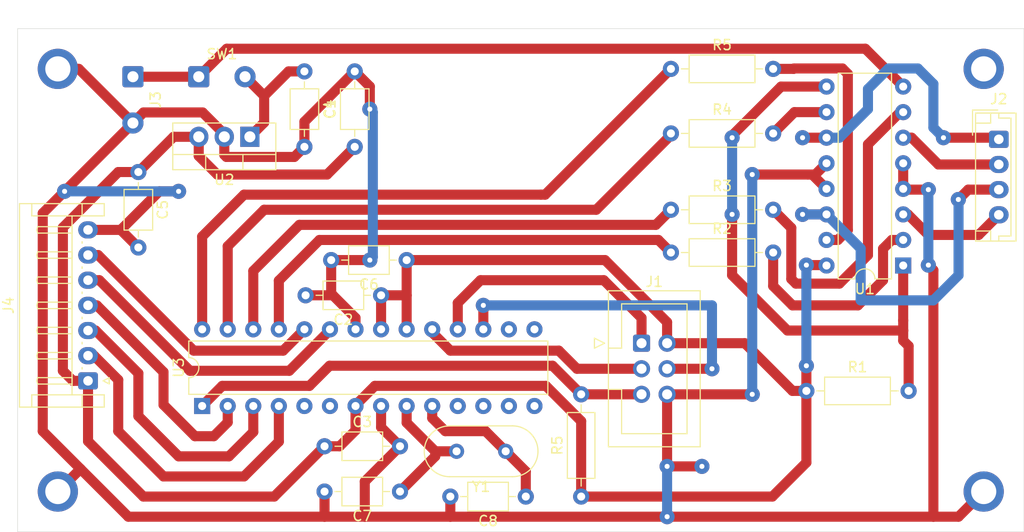
<source format=kicad_pcb>
(kicad_pcb (version 20240108) (generator "pcbnew") (generator_version "8.0")
  (layers (0 "F.Cu" signal) (31 "B.Cu" signal) (34 "B.Paste" user) (35 "F.Paste" user) (36 "B.SilkS" user "B.Silkscreen") (37 "F.SilkS" user "F.Silkscreen") (38 "B.Mask" user) (39 "F.Mask" user) (44 "Edge.Cuts" user))
  (net 0 "")
  (net 1 "+5V")
  (net 2 "GND")
  (net 3 "+12V")
  (net 4 "/XTAL1")
  (net 5 "/XTAL2")
  (net 6 "/RST")
  (net 7 "/MOSI")
  (net 8 "/MISO")
  (net 9 "/SCK")
  (net 10 "Net-(J2-Pin_4)")
  (net 11 "Net-(J2-Pin_2)")
  (net 12 "Net-(J2-Pin_1)")
  (net 13 "Net-(J2-Pin_3)")
  (net 14 "/~{FEED}")
  (net 15 "/~{REVERSE}")
  (net 16 "/TIME")
  (net 17 "/MODE")
  (net 18 "/SPEED")
  (net 19 "Net-(U1-EN1,2)")
  (net 20 "Net-(U1-1A)")
  (net 21 "/A")
  (net 22 "Net-(U1-2A)")
  (net 23 "/B")
  (net 24 "/C")
  (net 25 "Net-(U1-3A)")
  (net 26 "Net-(U1-4A)")
  (net 27 "/D")
  (net 36 "Net-(SW1-B)")
  (footprint "Crystal:Crystal_HC49-U_Vertical" (layer "F.Cu") (at 148.5 115.5 180)
    (property "Reference" "Y1" (at 2.44 -3.525 0) (layer "F.SilkS"))
    (property "Value" "8Mhz")
    (pad "1" thru_hole circle (at 0 0 180) (size 1.5 1.5) (drill 0.8) (layers "*.Cu" "*.Mask") (net 5 "/XTAL2"))
    (pad "2" thru_hole circle (at 4.88 0 180) (size 1.5 1.5) (drill 0.8) (layers "*.Cu" "*.Mask") (net 4 "/XTAL1"))
  )
  (footprint "Capacitor_THT:C_Axial_L3.8mm_D2.6mm_P7.50mm_Horizontal" (layer "F.Cu") (at 150.5 120 180)
    (property "Reference" "C8" (at 3.75 -2.42 0) (layer "F.SilkS"))
    (property "Value" "15")
    (pad "1" thru_hole circle (at 0 0 180) (size 1.6 1.6) (drill 0.8) (layers "*.Cu" "*.Mask") (net 5 "/XTAL2"))
    (pad "2" thru_hole oval (at 7.5 0 180) (size 1.6 1.6) (drill 0.8) (layers "*.Cu" "*.Mask") (net 2 "GND"))
  )
  (footprint "Package_DIP:DIP-28_W7.62mm" (layer "F.Cu") (at 118.34 111 90)
    (property "Reference" "U3" (at 3.81 -2.33 90) (layer "F.SilkS"))
    (property "Value" "ATmega8-16P")
    (pad "1" thru_hole rect (at 0 0 90) (size 1.6 1.6) (drill 0.8) (layers "*.Cu" "*.Mask") (net 6 "/RST"))
    (pad "2" thru_hole oval (at 0 2.54 90) (size 1.6 1.6) (drill 0.8) (layers "*.Cu" "*.Mask") (net 17 "/MODE"))
    (pad "3" thru_hole oval (at 0 5.08 90) (size 1.6 1.6) (drill 0.8) (layers "*.Cu" "*.Mask") (net 15 "/~{REVERSE}"))
    (pad "4" thru_hole oval (at 0 7.62 90) (size 1.6 1.6) (drill 0.8) (layers "*.Cu" "*.Mask") (net 14 "/~{FEED}"))
    (pad "5" thru_hole oval (at 0 10.16 90) (size 1.6 1.6) (drill 0.8) (layers "*.Cu" "*.Mask"))
    (pad "6" thru_hole oval (at 0 12.7 90) (size 1.6 1.6) (drill 0.8) (layers "*.Cu" "*.Mask"))
    (pad "7" thru_hole oval (at 0 15.24 90) (size 1.6 1.6) (drill 0.8) (layers "*.Cu" "*.Mask") (net 1 "+5V"))
    (pad "8" thru_hole oval (at 0 17.78 90) (size 1.6 1.6) (drill 0.8) (layers "*.Cu" "*.Mask") (net 2 "GND"))
    (pad "9" thru_hole oval (at 0 20.32 90) (size 1.6 1.6) (drill 0.8) (layers "*.Cu" "*.Mask") (net 4 "/XTAL1"))
    (pad "10" thru_hole oval (at 0 22.86 90) (size 1.6 1.6) (drill 0.8) (layers "*.Cu" "*.Mask") (net 5 "/XTAL2"))
    (pad "11" thru_hole oval (at 0 25.4 90) (size 1.6 1.6) (drill 0.8) (layers "*.Cu" "*.Mask"))
    (pad "12" thru_hole oval (at 0 27.94 90) (size 1.6 1.6) (drill 0.8) (layers "*.Cu" "*.Mask"))
    (pad "13" thru_hole oval (at 0 30.48 90) (size 1.6 1.6) (drill 0.8) (layers "*.Cu" "*.Mask"))
    (pad "14" thru_hole oval (at 0 33.02 90) (size 1.6 1.6) (drill 0.8) (layers "*.Cu" "*.Mask"))
    (pad "15" thru_hole oval (at 7.62 33.02 90) (size 1.6 1.6) (drill 0.8) (layers "*.Cu" "*.Mask"))
    (pad "16" thru_hole oval (at 7.62 30.48 90) (size 1.6 1.6) (drill 0.8) (layers "*.Cu" "*.Mask"))
    (pad "17" thru_hole oval (at 7.62 27.94 90) (size 1.6 1.6) (drill 0.8) (layers "*.Cu" "*.Mask") (net 7 "/MOSI"))
    (pad "18" thru_hole oval (at 7.62 25.4 90) (size 1.6 1.6) (drill 0.8) (layers "*.Cu" "*.Mask") (net 8 "/MISO"))
    (pad "19" thru_hole oval (at 7.62 22.86 90) (size 1.6 1.6) (drill 0.8) (layers "*.Cu" "*.Mask") (net 9 "/SCK"))
    (pad "20" thru_hole oval (at 7.62 20.32 90) (size 1.6 1.6) (drill 0.8) (layers "*.Cu" "*.Mask") (net 1 "+5V"))
    (pad "21" thru_hole oval (at 7.62 17.78 90) (size 1.6 1.6) (drill 0.8) (layers "*.Cu" "*.Mask") (net 1 "+5V"))
    (pad "22" thru_hole oval (at 7.62 15.24 90) (size 1.6 1.6) (drill 0.8) (layers "*.Cu" "*.Mask") (net 2 "GND"))
    (pad "23" thru_hole oval (at 7.62 12.7 90) (size 1.6 1.6) (drill 0.8) (layers "*.Cu" "*.Mask") (net 18 "/SPEED"))
    (pad "24" thru_hole oval (at 7.62 10.16 90) (size 1.6 1.6) (drill 0.8) (layers "*.Cu" "*.Mask") (net 16 "/TIME"))
    (pad "25" thru_hole oval (at 7.62 7.62 90) (size 1.6 1.6) (drill 0.8) (layers "*.Cu" "*.Mask") (net 21 "/A"))
    (pad "26" thru_hole oval (at 7.62 5.08 90) (size 1.6 1.6) (drill 0.8) (layers "*.Cu" "*.Mask") (net 23 "/B"))
    (pad "27" thru_hole oval (at 7.62 2.54 90) (size 1.6 1.6) (drill 0.8) (layers "*.Cu" "*.Mask") (net 24 "/C"))
    (pad "28" thru_hole oval (at 7.62 0 90) (size 1.6 1.6) (drill 0.8) (layers "*.Cu" "*.Mask") (net 27 "/D"))
  )
  (footprint "Capacitor_THT:C_Axial_L3.8mm_D2.6mm_P7.50mm_Horizontal" (layer "F.Cu") (at 133.5 85.25 90)
    (property "Reference" "C1" (at 3.75 -2.42 90) (layer "F.SilkS"))
    (property "Value" "4.7uF")
    (pad "1" thru_hole circle (at 0 0 90) (size 1.6 1.6) (drill 0.8) (layers "*.Cu" "*.Mask") (net 1 "+5V"))
    (pad "2" thru_hole oval (at 7.5 0 90) (size 1.6 1.6) (drill 0.8) (layers "*.Cu" "*.Mask") (net 2 "GND"))
  )
  (footprint "Package_TO_SOT_THT:TO-220-3_Vertical" (layer "F.Cu") (at 123.08 84.25 180)
    (property "Reference" "U2" (at 2.54 -4.27 0) (layer "F.SilkS"))
    (property "Value" "L7805")
    (pad "1" thru_hole rect (at 0 0 180) (size 1.905 2) (drill 1.1) (layers "*.Cu" "*.Mask") (net 36 "Net-(SW1-B)"))
    (pad "2" thru_hole oval (at 2.54 0 180) (size 1.905 2) (drill 1.1) (layers "*.Cu" "*.Mask") (net 2 "GND"))
    (pad "3" thru_hole oval (at 5.08 0 180) (size 1.905 2) (drill 1.1) (layers "*.Cu" "*.Mask") (net 1 "+5V"))
  )
  (footprint "Capacitor_THT:C_Axial_L3.8mm_D2.6mm_P7.50mm_Horizontal" (layer "F.Cu") (at 112 87.75 -90)
    (property "Reference" "C5" (at 3.75 -2.42 90) (layer "F.SilkS"))
    (property "Value" "0.1 uF" (hide yes))
    (pad "1" thru_hole circle (at 0 0 270) (size 1.6 1.6) (drill 0.8) (layers "*.Cu" "*.Mask") (net 1 "+5V"))
    (pad "2" thru_hole oval (at 7.5 0 270) (size 1.6 1.6) (drill 0.8) (layers "*.Cu" "*.Mask") (net 2 "GND"))
  )
  (footprint "Resistor_THT:R_Axial_DIN0207_L6.3mm_D2.5mm_P10.16mm_Horizontal" (layer "F.Cu") (at 164.92 95.75)
    (property "Reference" "R2" (at 5.08 -2.37 0) (layer "F.SilkS"))
    (property "Value" "1k")
    (pad "1" thru_hole circle (at 0 0) (size 1.6 1.6) (drill 0.8) (layers "*.Cu" "*.Mask") (net 21 "/A"))
    (pad "2" thru_hole oval (at 10.16 0) (size 1.6 1.6) (drill 0.8) (layers "*.Cu" "*.Mask") (net 20 "Net-(U1-1A)"))
  )
  (footprint "Resistor_THT:R_Axial_DIN0207_L6.3mm_D2.5mm_P10.16mm_Horizontal" (layer "F.Cu") (at 156 120 90)
    (property "Reference" "R5" (at 5.08 -2.37 90) (layer "F.SilkS"))
    (property "Value" "10k")
    (pad "1" thru_hole circle (at 0 0 90) (size 1.6 1.6) (drill 0.8) (layers "*.Cu" "*.Mask") (net 1 "+5V"))
    (pad "2" thru_hole oval (at 10.16 0 90) (size 1.6 1.6) (drill 0.8) (layers "*.Cu" "*.Mask") (net 6 "/RST"))
  )
  (footprint "Resistor_THT:R_Axial_DIN0207_L6.3mm_D2.5mm_P10.16mm_Horizontal" (layer "F.Cu") (at 178.38 109.5)
    (property "Reference" "R1" (at 5.08 -2.37 0) (layer "F.SilkS"))
    (property "Value" "10k")
    (pad "1" thru_hole circle (at 0 0) (size 1.6 1.6) (drill 0.8) (layers "*.Cu" "*.Mask") (net 1 "+5V"))
    (pad "2" thru_hole oval (at 10.16 0) (size 1.6 1.6) (drill 0.8) (layers "*.Cu" "*.Mask") (net 19 "Net-(U1-EN1,2)"))
  )
  (footprint "Capacitor_THT:C_Axial_L3.8mm_D2.6mm_P7.50mm_Horizontal" (layer "F.Cu") (at 138 119.5 180)
    (property "Reference" "C7" (at 3.75 -2.42 0) (layer "F.SilkS"))
    (property "Value" "15")
    (pad "1" thru_hole circle (at 0 0 180) (size 1.6 1.6) (drill 0.8) (layers "*.Cu" "*.Mask") (net 4 "/XTAL1"))
    (pad "2" thru_hole oval (at 7.5 0 180) (size 1.6 1.6) (drill 0.8) (layers "*.Cu" "*.Mask") (net 2 "GND"))
  )
  (footprint "Capacitor_THT:C_Axial_L3.8mm_D2.6mm_P7.50mm_Horizontal" (layer "F.Cu") (at 138.66 96.5 180)
    (property "Reference" "C6" (at 3.75 -2.42 0) (layer "F.SilkS"))
    (property "Value" "0.1")
    (pad "1" thru_hole circle (at 0 0 180) (size 1.6 1.6) (drill 0.8) (layers "*.Cu" "*.Mask") (net 1 "+5V"))
    (pad "2" thru_hole oval (at 7.5 0 180) (size 1.6 1.6) (drill 0.8) (layers "*.Cu" "*.Mask") (net 2 "GND"))
  )
  (footprint "Connector_IDC:IDC-Header_2x03_P2.54mm_Vertical" (layer "F.Cu") (at 162 104.76)
    (property "Reference" "J1" (at 1.27 -6.1 0) (layer "F.SilkS"))
    (property "Value" "AVR-ISP-6")
    (pad "1" thru_hole roundrect (at 0 0) (size 1.7 1.7) (drill 1) (layers "*.Cu" "*.Mask") (roundrect_rratio 0.147059) (net 8 "/MISO"))
    (pad "2" thru_hole circle (at 2.54 0) (size 1.7 1.7) (drill 1) (layers "*.Cu" "*.Mask") (net 1 "+5V"))
    (pad "3" thru_hole circle (at 0 2.54) (size 1.7 1.7) (drill 1) (layers "*.Cu" "*.Mask") (net 9 "/SCK"))
    (pad "4" thru_hole circle (at 2.54 2.54) (size 1.7 1.7) (drill 1) (layers "*.Cu" "*.Mask") (net 7 "/MOSI"))
    (pad "5" thru_hole circle (at 0 5.08) (size 1.7 1.7) (drill 1) (layers "*.Cu" "*.Mask") (net 6 "/RST"))
    (pad "6" thru_hole circle (at 2.54 5.08) (size 1.7 1.7) (drill 1) (layers "*.Cu" "*.Mask") (net 2 "GND"))
  )
  (footprint "Resistor_THT:R_Axial_DIN0207_L6.3mm_D2.5mm_P10.16mm_Horizontal" (layer "F.Cu") (at 164.92 83.915)
    (property "Reference" "R4" (at 5.08 -2.37 0) (layer "F.SilkS"))
    (property "Value" "1k")
    (pad "1" thru_hole circle (at 0 0) (size 1.6 1.6) (drill 0.8) (layers "*.Cu" "*.Mask") (net 24 "/C"))
    (pad "2" thru_hole oval (at 10.16 0) (size 1.6 1.6) (drill 0.8) (layers "*.Cu" "*.Mask") (net 25 "Net-(U1-3A)"))
  )
  (footprint "Resistor_THT:R_Axial_DIN0207_L6.3mm_D2.5mm_P10.16mm_Horizontal" (layer "F.Cu") (at 164.92 77.5)
    (property "Reference" "R5" (at 5.08 -2.37 0) (layer "F.SilkS"))
    (property "Value" "1k")
    (pad "1" thru_hole circle (at 0 0) (size 1.6 1.6) (drill 0.8) (layers "*.Cu" "*.Mask") (net 27 "/D"))
    (pad "2" thru_hole oval (at 10.16 0) (size 1.6 1.6) (drill 0.8) (layers "*.Cu" "*.Mask") (net 26 "Net-(U1-4A)"))
  )
  (footprint "Capacitor_THT:C_Axial_L3.8mm_D2.6mm_P7.50mm_Horizontal" (layer "F.Cu") (at 128.5 77.75 -90)
    (property "Reference" "C4" (at 3.75 -2.5 90) (layer "F.SilkS"))
    (property "Value" "0.33 uF")
    (pad "1" thru_hole circle (at 0 0 270) (size 1.6 1.6) (drill 0.8) (layers "*.Cu" "*.Mask") (net 36 "Net-(SW1-B)"))
    (pad "2" thru_hole oval (at 7.5 0 270) (size 1.6 1.6) (drill 0.8) (layers "*.Cu" "*.Mask") (net 2 "GND"))
  )
  (footprint "Connector_Wire:SolderWire-0.5sqmm_1x02_P4.6mm_D0.9mm_OD2.1mm" (layer "F.Cu") (at 111.46 78.28 -90)
    (property "Reference" "J3" (at 2.3 -2.25 -90) (layer "F.SilkS"))
    (property "Value" "Power source")
    (pad "1" thru_hole roundrect (at 0 0 270) (size 2.1 2.1) (drill 1.1) (layers "*.Cu" "*.Mask") (roundrect_rratio 0.119048) (net 3 "+12V"))
    (pad "2" thru_hole circle (at 4.6 0 270) (size 2.1 2.1) (drill 1.1) (layers "*.Cu" "*.Mask") (net 2 "GND"))
  )
  (footprint "Connector_Wire:SolderWire-0.5sqmm_1x02_P4.6mm_D0.9mm_OD2.1mm" (layer "F.Cu") (at 118 78.28)
    (property "Reference" "SW1" (at 2.3 -2.25 0) (layer "F.SilkS"))
    (property "Value" "Power switch")
    (pad "1" thru_hole roundrect (at 0 0) (size 2.1 2.1) (drill 1.1) (layers "*.Cu" "*.Mask") (roundrect_rratio 0.119048) (net 3 "+12V"))
    (pad "2" thru_hole circle (at 4.6 0) (size 2.1 2.1) (drill 1.1) (layers "*.Cu" "*.Mask") (net 36 "Net-(SW1-B)"))
  )
  (footprint "Resistor_THT:R_Axial_DIN0207_L6.3mm_D2.5mm_P10.16mm_Horizontal" (layer "F.Cu") (at 164.92 91.5)
    (property "Reference" "R3" (at 5.08 -2.37 0) (layer "F.SilkS"))
    (property "Value" "1k")
    (pad "1" thru_hole circle (at 0 0) (size 1.6 1.6) (drill 0.8) (layers "*.Cu" "*.Mask") (net 23 "/B"))
    (pad "2" thru_hole oval (at 10.16 0) (size 1.6 1.6) (drill 0.8) (layers "*.Cu" "*.Mask") (net 22 "Net-(U1-2A)"))
  )
  (footprint "Capacitor_THT:C_Axial_L3.8mm_D2.6mm_P7.50mm_Horizontal" (layer "F.Cu") (at 136.12 100 180)
    (property "Reference" "C2" (at 3.75 -2.42 0) (layer "F.SilkS"))
    (property "Value" "0.1")
    (pad "1" thru_hole circle (at 0 0 180) (size 1.6 1.6) (drill 0.8) (layers "*.Cu" "*.Mask") (net 1 "+5V"))
    (pad "2" thru_hole oval (at 7.5 0 180) (size 1.6 1.6) (drill 0.8) (layers "*.Cu" "*.Mask") (net 2 "GND"))
  )
  (footprint "Connector_JST:JST_EH_B4B-EH-A_1x04_P2.50mm_Vertical" (layer "F.Cu") (at 197.5 84.5 -90)
    (property "Reference" "J2" (at -4 0 180) (layer "F.SilkS"))
    (property "Value" "Nema17 Stepper engine")
    (pad "1" thru_hole roundrect (at 0 0 270) (size 1.7 1.95) (drill 0.95) (layers "*.Cu" "*.Mask") (roundrect_rratio 0.147059) (net 12 "Net-(J2-Pin_1)"))
    (pad "2" thru_hole oval (at 2.5 0 270) (size 1.7 1.95) (drill 0.95) (layers "*.Cu" "*.Mask") (net 11 "Net-(J2-Pin_2)"))
    (pad "3" thru_hole oval (at 5 0 270) (size 1.7 1.95) (drill 0.95) (layers "*.Cu" "*.Mask") (net 13 "Net-(J2-Pin_3)"))
    (pad "4" thru_hole oval (at 7.5 0 270) (size 1.7 1.95) (drill 0.95) (layers "*.Cu" "*.Mask") (net 10 "Net-(J2-Pin_4)"))
  )
  (footprint "Capacitor_THT:C_Axial_L3.8mm_D2.6mm_P7.50mm_Horizontal" (layer "F.Cu") (at 130.5 115)
    (property "Reference" "C3" (at 3.75 -2.42 0) (layer "F.SilkS"))
    (property "Value" "0.1")
    (pad "1" thru_hole circle (at 0 0) (size 1.6 1.6) (drill 0.8) (layers "*.Cu" "*.Mask") (net 1 "+5V"))
    (pad "2" thru_hole oval (at 7.5 0) (size 1.6 1.6) (drill 0.8) (layers "*.Cu" "*.Mask") (net 2 "GND"))
  )
  (footprint "Connector_JST:JST_EH_S7B-EH_1x07_P2.50mm_Horizontal" (layer "F.Cu") (at 107 108.5 90)
    (property "Reference" "J4" (at 7.5 -7.9 90) (layer "F.SilkS"))
    (property "Value" "Conn_01x07_Socket")
    (pad "1" thru_hole roundrect (at 0 0 90) (size 1.7 1.95) (drill 0.95) (layers "*.Cu" "*.Mask") (roundrect_rratio 0.147059) (net 1 "+5V"))
    (pad "2" thru_hole oval (at 2.5 0 90) (size 1.7 1.95) (drill 0.95) (layers "*.Cu" "*.Mask") (net 14 "/~{FEED}"))
    (pad "3" thru_hole oval (at 5 0 90) (size 1.7 1.95) (drill 0.95) (layers "*.Cu" "*.Mask") (net 15 "/~{REVERSE}"))
    (pad "4" thru_hole oval (at 7.5 0 90) (size 1.7 1.95) (drill 0.95) (layers "*.Cu" "*.Mask") (net 17 "/MODE"))
    (pad "5" thru_hole oval (at 10 0 90) (size 1.7 1.95) (drill 0.95) (layers "*.Cu" "*.Mask") (net 18 "/SPEED"))
    (pad "6" thru_hole oval (at 12.5 0 90) (size 1.7 1.95) (drill 0.95) (layers "*.Cu" "*.Mask") (net 16 "/TIME"))
    (pad "7" thru_hole oval (at 15 0 90) (size 1.7 1.95) (drill 0.95) (layers "*.Cu" "*.Mask") (net 2 "GND"))
  )
  (footprint "Package_DIP:DIP-16_W7.62mm" (layer "F.Cu") (at 188 97.04 180)
    (property "Reference" "U1" (at 3.81 -2.33 0) (layer "F.SilkS"))
    (property "Value" "L293D")
    (pad "1" thru_hole rect (at 0 0 180) (size 1.6 1.6) (drill 0.8) (layers "*.Cu" "*.Mask") (net 19 "Net-(U1-EN1,2)"))
    (pad "2" thru_hole oval (at 0 2.54 180) (size 1.6 1.6) (drill 0.8) (layers "*.Cu" "*.Mask") (net 20 "Net-(U1-1A)"))
    (pad "3" thru_hole oval (at 0 5.08 180) (size 1.6 1.6) (drill 0.8) (layers "*.Cu" "*.Mask") (net 10 "Net-(J2-Pin_4)"))
    (pad "4" thru_hole oval (at 0 7.62 180) (size 1.6 1.6) (drill 0.8) (layers "*.Cu" "*.Mask") (net 2 "GND"))
    (pad "5" thru_hole oval (at 0 10.16 180) (size 1.6 1.6) (drill 0.8) (layers "*.Cu" "*.Mask") (net 2 "GND"))
    (pad "6" thru_hole oval (at 0 12.7 180) (size 1.6 1.6) (drill 0.8) (layers "*.Cu" "*.Mask") (net 11 "Net-(J2-Pin_2)"))
    (pad "7" thru_hole oval (at 0 15.24 180) (size 1.6 1.6) (drill 0.8) (layers "*.Cu" "*.Mask") (net 22 "Net-(U1-2A)"))
    (pad "8" thru_hole oval (at 0 17.78 180) (size 1.6 1.6) (drill 0.8) (layers "*.Cu" "*.Mask") (net 3 "+12V"))
    (pad "9" thru_hole oval (at 7.62 17.78 180) (size 1.6 1.6) (drill 0.8) (layers "*.Cu" "*.Mask") (net 19 "Net-(U1-EN1,2)"))
    (pad "10" thru_hole oval (at 7.62 15.24 180) (size 1.6 1.6) (drill 0.8) (layers "*.Cu" "*.Mask") (net 25 "Net-(U1-3A)"))
    (pad "11" thru_hole oval (at 7.62 12.7 180) (size 1.6 1.6) (drill 0.8) (layers "*.Cu" "*.Mask") (net 12 "Net-(J2-Pin_1)"))
    (pad "12" thru_hole oval (at 7.62 10.16 180) (size 1.6 1.6) (drill 0.8) (layers "*.Cu" "*.Mask") (net 2 "GND"))
    (pad "13" thru_hole oval (at 7.62 7.62 180) (size 1.6 1.6) (drill 0.8) (layers "*.Cu" "*.Mask") (net 2 "GND"))
    (pad "14" thru_hole oval (at 7.62 5.08 180) (size 1.6 1.6) (drill 0.8) (layers "*.Cu" "*.Mask") (net 13 "Net-(J2-Pin_3)"))
    (pad "15" thru_hole oval (at 7.62 2.54 180) (size 1.6 1.6) (drill 0.8) (layers "*.Cu" "*.Mask") (net 26 "Net-(U1-4A)"))
    (pad "16" thru_hole oval (at 7.62 0 180) (size 1.6 1.6) (drill 0.8) (layers "*.Cu" "*.Mask") (net 1 "+5V"))
  )
  (gr_rect (start 100 73.5) (end 200 123.5) (stroke (width 0.05)) (fill none) (layer "Edge.Cuts"))
  (via (at 196 77.5) (size 4) (drill 2.5) (layers "F.Cu" "B.Cu") (net 0))
  (segment (start 136.12 100) (end 136.12 103.38) (width 1) (layer "F.Cu") (net 1))
  (segment (start 178.38 109.5) (end 177 109.5) (width 1) (layer "F.Cu") (net 1))
  (segment (start 112 87.75) (end 110.008705 87.75) (width 1) (layer "F.Cu") (net 1))
  (segment (start 118 84.25) (end 115.5 84.25) (width 1) (layer "F.Cu") (net 1))
  (segment (start 178.38 97) (end 180.34 97) (width 1) (layer "F.Cu") (net 1))
  (segment (start 158.37132 96.5) (end 138.66 96.5) (width 1) (layer "F.Cu") (net 1))
  (segment (start 178.38 116.62) (end 178.38 109.5) (width 1) (layer "F.Cu") (net 1))
  (segment (start 152.5 109) (end 156 112.5) (width 1) (layer "F.Cu") (net 1))
  (segment (start 133.58 113.42) (end 133.58 111) (width 1) (layer "F.Cu") (net 1))
  (segment (start 175 120) (end 178.38 116.62) (width 1) (layer "F.Cu") (net 1))
  (segment (start 136.12 100) (end 138.66 100) (width 1) (layer "F.Cu") (net 1))
  (segment (start 132 115) (end 133.58 113.42) (width 1) (layer "F.Cu") (net 1))
  (segment (start 107 108.5) (end 107 114.5) (width 1) (layer "F.Cu") (net 1))
  (segment (start 130.75 88) (end 133.5 85.25) (width 1) (layer "F.Cu") (net 1))
  (segment (start 119.845 88) (end 130.75 88) (width 1) (layer "F.Cu") (net 1))
  (segment (start 138.66 96.5) (end 138.66 100) (width 1) (layer "F.Cu") (net 1))
  (segment (start 135.5 109) (end 152.5 109) (width 1) (layer "F.Cu") (net 1))
  (segment (start 180.34 97) (end 180.38 97.04) (width 1) (layer "F.Cu") (net 1))
  (segment (start 118 86.155) (end 119.845 88) (width 1) (layer "F.Cu") (net 1))
  (segment (start 118 84.25) (end 118 86.155) (width 1) (layer "F.Cu") (net 1))
  (segment (start 164.54 102.66868) (end 158.37132 96.5) (width 1) (layer "F.Cu") (net 1))
  (segment (start 133.58 110.92) (end 135.5 109) (width 1) (layer "F.Cu") (net 1))
  (segment (start 107 114.5) (end 112.5 120) (width 1) (layer "F.Cu") (net 1))
  (segment (start 104.5 93.258705) (end 104.5 107.5) (width 1) (layer "F.Cu") (net 1))
  (segment (start 115.5 84.25) (end 112 87.75) (width 1) (layer "F.Cu") (net 1))
  (segment (start 133.58 111) (end 133.58 110.92) (width 1) (layer "F.Cu") (net 1))
  (segment (start 130.5 115) (end 132 115) (width 1) (layer "F.Cu") (net 1))
  (segment (start 112.5 120) (end 125.5 120) (width 1) (layer "F.Cu") (net 1))
  (segment (start 105.5 108.5) (end 107 108.5) (width 1) (layer "F.Cu") (net 1))
  (segment (start 118 83.981248) (end 118 84.25) (width 1) (layer "F.Cu") (net 1))
  (segment (start 110.008705 87.75) (end 104.5 93.258705) (width 1) (layer "F.Cu") (net 1))
  (segment (start 125.5 120) (end 130.5 115) (width 1) (layer "F.Cu") (net 1))
  (segment (start 164.54 104.76) (end 164.54 102.66868) (width 1) (layer "F.Cu") (net 1))
  (segment (start 138.66 100) (end 138.66 103.38) (width 1) (layer "F.Cu") (net 1))
  (segment (start 172.26 104.76) (end 164.54 104.76) (width 1) (layer "F.Cu") (net 1))
  (segment (start 104.5 107.5) (end 105.5 108.5) (width 1) (layer "F.Cu") (net 1))
  (segment (start 156 120) (end 175 120) (width 1) (layer "F.Cu") (net 1))
  (segment (start 156 112.5) (end 156 120) (width 1) (layer "F.Cu") (net 1))
  (segment (start 177 109.5) (end 172.26 104.76) (width 1) (layer "F.Cu") (net 1))
  (segment (start 178.38 109.5) (end 178.38 107) (width 1) (layer "F.Cu") (net 1))
  (via (at 178.38 97) (size 1.5) (drill 0.5) (layers "F.Cu" "B.Cu") (net 1))
  (via (at 178.38 107) (size 1.5) (drill 0.5) (layers "F.Cu" "B.Cu") (net 1))
  (segment (start 178.38 107) (end 178.38 97) (width 1) (layer "B.Cu") (net 1))
  (segment (start 118.388752 81.83) (end 120.54 83.981248) (width 1) (layer "F.Cu") (net 2))
  (segment (start 111.46 82.88) (end 112.51 81.83) (width 1) (layer "F.Cu") (net 2))
  (segment (start 143 120) (end 143 122) (width 1) (layer "F.Cu") (net 2))
  (segment (start 180.38 89.42) (end 178.96 88) (width 1) (layer "F.Cu") (net 2))
  (segment (start 102.5 91.84) (end 102.5 113.5) (width 1) (layer "F.Cu") (net 2))
  (segment (start 128.5 82.75) (end 133.5 77.75) (width 1) (layer "F.Cu") (net 2))
  (segment (start 193.5 122) (end 196 119.5) (width 1) (layer "F.Cu") (net 2))
  (segment (start 106.25 117.25) (end 111 122) (width 1) (layer "F.Cu") (net 2))
  (segment (start 138 115) (end 134.5 118.5) (width 1) (layer "F.Cu") (net 2))
  (segment (start 128.5 85.25) (end 128.5 82.75) (width 1) (layer "F.Cu") (net 2))
  (segment (start 179.26 88) (end 180.38 86.88) (width 1) (layer "F.Cu") (net 2))
  (segment (start 173 88) (end 178.5 88) (width 1) (layer "F.Cu") (net 2))
  (segment (start 104.67 89.67) (end 102.5 91.84) (width 1) (layer "F.Cu") (net 2))
  (segment (start 136.12 113.12) (end 136.12 111) (width 1) (layer "F.Cu") (net 2))
  (segment (start 190.5 89.5) (end 188.08 89.5) (width 1) (layer "F.Cu") (net 2))
  (segment (start 133.58 103.38) (end 133.58 102.24863) (width 1) (layer "F.Cu") (net 2))
  (segment (start 107 93.5) (end 110.25 93.5) (width 1) (layer "F.Cu") (net 2))
  (segment (start 168 117) (end 164.54 117) (width 1) (layer "F.Cu") (net 2))
  (segment (start 188.08 89.5) (end 188 89.42) (width 1) (layer "F.Cu") (net 2))
  (segment (start 143 122) (end 164.54 122) (width 1) (layer "F.Cu") (net 2))
  (segment (start 188 89.42) (end 188 86.88) (width 1) (layer "F.Cu") (net 2))
  (segment (start 131.16 96.5) (end 131.16 99.82863) (width 1) (layer "F.Cu") (net 2))
  (segment (start 164.54 122) (end 191 122) (width 1) (layer "F.Cu") (net 2))
  (segment (start 104 77.5) (end 106.08 77.5) (width 1) (layer "F.Cu") (net 2))
  (segment (start 178.5 88) (end 179.26 88) (width 1) (layer "F.Cu") (net 2))
  (segment (start 102.5 113.5) (end 106.25 117.25) (width 1) (layer "F.Cu") (net 2))
  (segment (start 178.96 88) (end 178.5 88) (width 1) (layer "F.Cu") (net 2))
  (segment (start 131.16 96.5) (end 135 96.5) (width 1) (layer "F.Cu") (net 2))
  (segment (start 130.5 119.5) (end 130.5 122) (width 1) (layer "F.Cu") (net 2))
  (segment (start 128.5 85.25) (end 127.5 86.25) (width 1) (layer "F.Cu") (net 2))
  (segment (start 116 89.67) (end 114.08 89.67) (width 1) (layer "F.Cu") (net 2))
  (segment (start 191 122) (end 193.5 122) (width 1) (layer "F.Cu") (net 2))
  (segment (start 104 119.5) (end 106.25 117.25) (width 1) (layer "F.Cu") (net 2))
  (segment (start 130.5 122) (end 134.5 122) (width 1) (layer "F.Cu") (net 2))
  (segment (start 135 79.25) (end 133.5 77.75) (width 1) (layer "F.Cu") (net 2))
  (segment (start 112.51 81.83) (end 118.388752 81.83) (width 1) (layer "F.Cu") (net 2))
  (segment (start 114.08 89.67) (end 110.25 93.5) (width 1) (layer "F.Cu") (net 2))
  (segment (start 164.54 109.84) (end 173 109.84) (width 1) (layer "F.Cu") (net 2))
  (segment (start 135 81.5) (end 135 79.25) (width 1) (layer "F.Cu") (net 2))
  (segment (start 191 122) (end 191 97.5) (width 1) (layer "F.Cu") (net 2))
  (segment (start 131.16 99.82863) (end 131.33137 100) (width 1) (layer "F.Cu") (net 2))
  (segment (start 134.5 118.5) (end 134.5 122) (width 1) (layer "F.Cu") (net 2))
  (segment (start 127.5 86.25) (end 120.75 86.25) (width 1) (layer "F.Cu") (net 2))
  (segment (start 111.46 82.88) (end 104.67 89.67) (width 1) (layer "F.Cu") (net 2))
  (segment (start 164.54 117) (end 164.54 109.84) (width 1) (layer "F.Cu") (net 2))
  (segment (start 131.33137 100) (end 128.62 100) (width 1) (layer "F.Cu") (net 2))
  (segment (start 191 97.5) (end 190.5 97) (width 1) (layer "F.Cu") (net 2))
  (segment (start 120.75 86.25) (end 120.54 86.04) (width 1) (layer "F.Cu") (net 2))
  (segment (start 133.58 102.24863) (end 131.33137 100) (width 1) (layer "F.Cu") (net 2))
  (segment (start 138 115) (end 136.12 113.12) (width 1) (layer "F.Cu") (net 2))
  (segment (start 120.54 86.04) (end 120.54 84.25) (width 1) (layer "F.Cu") (net 2))
  (segment (start 134.5 122) (end 143 122) (width 1) (layer "F.Cu") (net 2))
  (segment (start 111 122) (end 130.5 122) (width 1) (layer "F.Cu") (net 2))
  (segment (start 110.25 93.5) (end 112 95.25) (width 1) (layer "F.Cu") (net 2))
  (segment (start 120.54 83.981248) (end 120.54 84.25) (width 1) (layer "F.Cu") (net 2))
  (segment (start 106.08 77.5) (end 111.46 82.88) (width 1) (layer "F.Cu") (net 2))
  (via micro (at 135 81.5) (size 1.5) (drill 0.5) (layers "F.Cu" "B.Cu") (net 2))
  (via micro (at 173 109.84) (size 1.5) (drill 0.5) (layers "F.Cu" "B.Cu") (net 2))
  (via micro (at 104 77.5) (size 4) (drill 2.5) (layers "F.Cu" "B.Cu") (net 2))
  (via micro (at 196 119.5) (size 4) (drill 2.5) (layers "F.Cu" "B.Cu") (net 2))
  (via (at 164.54 122) (size 1.5) (drill 0.5) (layers "F.Cu" "B.Cu") (net 2))
  (via (at 164.54 117) (size 1.5) (drill 0.5) (layers "F.Cu" "B.Cu") (net 2))
  (via micro (at 190.5 97) (size 1.5) (drill 0.5) (layers "F.Cu" "B.Cu") (net 2))
  (via micro (at 135 96.5) (size 1.5) (drill 0.5) (layers "F.Cu" "B.Cu") (net 2))
  (via (at 168 117) (size 1.5) (drill 0.5) (layers "F.Cu" "B.Cu") (net 2))
  (via micro (at 104 119.5) (size 4) (drill 2.5) (layers "F.Cu" "B.Cu") (net 2))
  (via micro (at 190.5 89.5) (size 1.5) (drill 0.5) (layers "F.Cu" "B.Cu") (net 2))
  (via micro (at 173 88) (size 1.5) (drill 0.5) (layers "F.Cu" "B.Cu") (net 2))
  (via micro (at 116 89.67) (size 1.5) (drill 0.5) (layers "F.Cu" "B.Cu") (net 2))
  (via micro (at 104.67 89.67) (size 1.5) (drill 0.5) (layers "F.Cu" "B.Cu") (net 2))
  (segment (start 135.3 81.8) (end 135 81.5) (width 1) (layer "B.Cu") (net 2))
  (segment (start 135.3 96.2) (end 135.3 81.8) (width 1) (layer "B.Cu") (net 2))
  (segment (start 164.54 117) (end 164.54 122) (width 1) (layer "B.Cu") (net 2))
  (segment (start 135 96.5) (end 135.3 96.2) (width 1) (layer "B.Cu") (net 2))
  (segment (start 190.5 97) (end 190.5 89.5) (width 1) (layer "B.Cu") (net 2))
  (segment (start 173 109.84) (end 173 88) (width 1) (layer "B.Cu") (net 2))
  (segment (start 116 89.67) (end 104.67 89.67) (width 1) (layer "B.Cu") (net 2))
  (segment (start 118 78.28) (end 120.78 75.5) (width 1) (layer "F.Cu") (net 3))
  (segment (start 184.24 75.5) (end 188 79.26) (width 1) (layer "F.Cu") (net 3))
  (segment (start 118 78.28) (end 111.46 78.28) (width 1) (layer "F.Cu") (net 3))
  (segment (start 120.78 75.5) (end 184.24 75.5) (width 1) (layer "F.Cu") (net 3))
  (segment (start 143.62 115.5) (end 141.5 115.5) (width 1) (layer "F.Cu") (net 4))
  (segment (start 141.5 115.5) (end 138.66 112.66) (width 1) (layer "F.Cu") (net 4))
  (segment (start 138 119.5) (end 141.5 116) (width 1) (layer "F.Cu") (net 4))
  (segment (start 141.5 116) (end 141.5 115.5) (width 1) (layer "F.Cu") (net 4))
  (segment (start 138.66 112.66) (end 138.66 111) (width 1) (layer "F.Cu") (net 4))
  (segment (start 142.5 113.5) (end 141.2 112.2) (width 1) (layer "F.Cu") (net 5))
  (segment (start 141.2 112.2) (end 141.2 111) (width 1) (layer "F.Cu") (net 5))
  (segment (start 146.5 113.5) (end 142.5 113.5) (width 1) (layer "F.Cu") (net 5))
  (segment (start 148.5 115.5) (end 146.5 113.5) (width 1) (layer "F.Cu") (net 5))
  (segment (start 150.5 117.5) (end 148.5 115.5) (width 1) (layer "F.Cu") (net 5))
  (segment (start 150.5 120) (end 150.5 117.5) (width 1) (layer "F.Cu") (net 5))
  (segment (start 120.334415 109) (end 118.34 110.994415) (width 1) (layer "F.Cu") (net 6))
  (segment (start 118.34 110.994415) (end 118.34 111) (width 1) (layer "F.Cu") (net 6))
  (segment (start 156 109.84) (end 153.16 107) (width 1) (layer "F.Cu") (net 6))
  (segment (start 131 107) (end 129 109) (width 1) (layer "F.Cu") (net 6))
  (segment (start 153.16 107) (end 131 107) (width 1) (layer "F.Cu") (net 6))
  (segment (start 162 109.84) (end 156 109.84) (width 1) (layer "F.Cu") (net 6))
  (segment (start 129 109) (end 120.334415 109) (width 1) (layer "F.Cu") (net 6))
  (segment (start 146.28 101) (end 146.28 103.38) (width 1) (layer "F.Cu") (net 7))
  (segment (start 164.54 107.3) (end 169 107.3) (width 1) (layer "F.Cu") (net 7))
  (via (at 169 107.3) (size 1.5) (drill 0.5) (layers "F.Cu" "B.Cu") (net 7))
  (via (at 146.28 101) (size 1.5) (drill 0.5) (layers "F.Cu" "B.Cu") (net 7))
  (segment (start 169 107.3) (end 169 101) (width 1) (layer "B.Cu") (net 7))
  (segment (start 169 101) (end 146.28 101) (width 1) (layer "B.Cu") (net 7))
  (segment (start 143.74 100.76) (end 143.74 103.38) (width 1) (layer "F.Cu") (net 8))
  (segment (start 158.25 98.5) (end 146 98.5) (width 1) (layer "F.Cu") (net 8))
  (segment (start 146 98.5) (end 143.74 100.76) (width 1) (layer "F.Cu") (net 8))
  (segment (start 162 102.25) (end 158.25 98.5) (width 1) (layer "F.Cu") (net 8))
  (segment (start 162 104.76) (end 162 102.25) (width 1) (layer "F.Cu") (net 8))
  (segment (start 153.78132 105.5) (end 143 105.5) (width 1) (layer "F.Cu") (net 9))
  (segment (start 141.2 103.7) (end 141.2 103.38) (width 1) (layer "F.Cu") (net 9))
  (segment (start 155.58132 107.3) (end 153.78132 105.5) (width 1) (layer "F.Cu") (net 9))
  (segment (start 143 105.5) (end 141.2 103.7) (width 1) (layer "F.Cu") (net 9))
  (segment (start 155.58132 107.3) (end 162 107.3) (width 1) (layer "F.Cu") (net 9))
  (segment (start 197.46 91.96) (end 197.5 92) (width 1) (layer "F.Cu") (net 10))
  (segment (start 197.5 92) (end 195.5 94) (width 1) (layer "F.Cu") (net 10))
  (segment (start 188.465584 91.96) (end 188 91.96) (width 1) (layer "F.Cu") (net 10))
  (segment (start 195.5 94) (end 190.505584 94) (width 1) (layer "F.Cu") (net 10))
  (segment (start 190.505584 94) (end 188.465584 91.96) (width 1) (layer "F.Cu") (net 10))
  (segment (start 188.84 84.34) (end 191.5 87) (width 1) (layer "F.Cu") (net 11))
  (segment (start 188 84.34) (end 188.84 84.34) (width 1) (layer "F.Cu") (net 11))
  (segment (start 191.5 87) (end 197.5 87) (width 1) (layer "F.Cu") (net 11))
  (segment (start 197.34 84.34) (end 197.5 84.5) (width 1) (layer "F.Cu") (net 12))
  (segment (start 180.38 84.34) (end 178 84.34) (width 1) (layer "F.Cu") (net 12))
  (segment (start 192 84.34) (end 197.34 84.34) (width 1) (layer "F.Cu") (net 12))
  (via (at 178 84.34) (size 1.5) (drill 0.5) (layers "F.Cu" "B.Cu") (net 12))
  (via (at 192 84.34) (size 1.5) (drill 0.5) (layers "F.Cu" "B.Cu") (net 12))
  (segment (start 189.46 77.46) (end 186.54 77.46) (width 1) (layer "B.Cu") (net 12))
  (segment (start 184.5 81.5) (end 181.66 84.34) (width 1) (layer "B.Cu") (net 12))
  (segment (start 181.66 84.34) (end 180.38 84.34) (width 1) (layer "B.Cu") (net 12))
  (segment (start 191 83.34) (end 191 79) (width 1) (layer "B.Cu") (net 12))
  (segment (start 191 79) (end 189.46 77.46) (width 1) (layer "B.Cu") (net 12))
  (segment (start 184.5 79.5) (end 184.5 81.5) (width 1) (layer "B.Cu") (net 12))
  (segment (start 192 84.34) (end 191 83.34) (width 1) (layer "B.Cu") (net 12))
  (segment (start 186.54 77.46) (end 184.5 79.5) (width 1) (layer "B.Cu") (net 12))
  (segment (start 194.46 89.5) (end 197.5 89.5) (width 1) (layer "F.Cu") (net 13))
  (segment (start 178 91.96) (end 180.38 91.96) (width 1) (layer "F.Cu") (net 13))
  (segment (start 193.48 90.48) (end 194.46 89.5) (width 1) (layer "F.Cu") (net 13))
  (via (at 178 91.96) (size 1.5) (drill 0.5) (layers "F.Cu" "B.Cu") (net 13))
  (via (at 193.48 90.48) (size 1.5) (drill 0.5) (layers "F.Cu" "B.Cu") (net 13))
  (segment (start 193.48 90.48) (end 193.5 90.5) (width 1) (layer "B.Cu") (net 13))
  (segment (start 191 100.5) (end 183.774415 100.5) (width 1) (layer "B.Cu") (net 13))
  (segment (start 180.385585 91.96) (end 178 91.96) (width 1) (layer "B.Cu") (net 13))
  (segment (start 193.5 90.5) (end 193.5 98) (width 1) (layer "B.Cu") (net 13))
  (segment (start 193.5 98) (end 191 100.5) (width 1) (layer "B.Cu") (net 13))
  (segment (start 183.774415 100.5) (end 183.774415 95.34883) (width 1) (layer "B.Cu") (net 13))
  (segment (start 183.774415 95.34883) (end 180.385585 91.96) (width 1) (layer "B.Cu") (net 13))
  (segment (start 107.599694 106) (end 110 108.400306) (width 1) (layer "F.Cu") (net 14))
  (segment (start 110 108.400306) (end 110 113.5) (width 1) (layer "F.Cu") (net 14))
  (segment (start 125.96 114.54) (end 125.96 111) (width 1) (layer "F.Cu") (net 14))
  (segment (start 110 113.5) (end 114.5 118) (width 1) (layer "F.Cu") (net 14))
  (segment (start 122.5 118) (end 125.96 114.54) (width 1) (layer "F.Cu") (net 14))
  (segment (start 114.5 118) (end 122.5 118) (width 1) (layer "F.Cu") (net 14))
  (segment (start 107 106) (end 107.599694 106) (width 1) (layer "F.Cu") (net 14))
  (segment (start 112 107.75) (end 112 112) (width 1) (layer "F.Cu") (net 15))
  (segment (start 116 116) (end 121 116) (width 1) (layer "F.Cu") (net 15))
  (segment (start 112 112) (end 116 116) (width 1) (layer "F.Cu") (net 15))
  (segment (start 107.75 103.5) (end 112 107.75) (width 1) (layer "F.Cu") (net 15))
  (segment (start 121 116) (end 123.42 113.58) (width 1) (layer "F.Cu") (net 15))
  (segment (start 107 103.5) (end 107.75 103.5) (width 1) (layer "F.Cu") (net 15))
  (segment (start 123.42 113.58) (end 123.42 111) (width 1) (layer "F.Cu") (net 15))
  (segment (start 108 96) (end 117.5 105.5) (width 1) (layer "F.Cu") (net 16))
  (segment (start 107 96) (end 108 96) (width 1) (layer "F.Cu") (net 16))
  (segment (start 126.385585 105.5) (end 128.5 103.385585) (width 1) (layer "F.Cu") (net 16))
  (segment (start 128.5 103.5) (end 128.5 103.38) (width 1) (layer "F.Cu") (net 16))
  (segment (start 117.5 105.5) (end 126.385585 105.5) (width 1) (layer "F.Cu") (net 16))
  (segment (start 128.5 103.385585) (end 128.5 103.38) (width 1) (layer "F.Cu") (net 16))
  (segment (start 107 101) (end 107.875 101) (width 1) (layer "F.Cu") (net 17))
  (segment (start 114.5 107.625) (end 114.5 110.88) (width 1) (layer "F.Cu") (net 17))
  (segment (start 107.875 101) (end 114.5 107.625) (width 1) (layer "F.Cu") (net 17))
  (segment (start 119.5 114) (end 120.88 112.62) (width 1) (layer "F.Cu") (net 17))
  (segment (start 120.88 112.62) (end 120.88 111) (width 1) (layer "F.Cu") (net 17))
  (segment (start 114.5 110.88) (end 117.62 114) (width 1) (layer "F.Cu") (net 17))
  (segment (start 117.62 114) (end 119.5 114) (width 1) (layer "F.Cu") (net 17))
  (segment (start 127 107.5) (end 131.04 103.46) (width 1) (layer "F.Cu") (net 18))
  (segment (start 107 98.5) (end 107.619975 98.5) (width 1) (layer "F.Cu") (net 18))
  (segment (start 108.125 98.5) (end 117.125 107.5) (width 1) (layer "F.Cu") (net 18))
  (segment (start 131.04 103.46) (end 131.04 103.38) (width 1) (layer "F.Cu") (net 18))
  (segment (start 107 98.5) (end 108.125 98.5) (width 1) (layer "F.Cu") (net 18))
  (segment (start 117.125 107.5) (end 127 107.5) (width 1) (layer "F.Cu") (net 18))
  (segment (start 171 92) (end 171 98) (width 1) (layer "F.Cu") (net 19))
  (segment (start 171 98) (end 176.5 103.5) (width 1) (layer "F.Cu") (net 19))
  (segment (start 188 102.5) (end 188 97.04) (width 1) (layer "F.Cu") (net 19))
  (segment (start 188 103.5) (end 188 104.5) (width 1) (layer "F.Cu") (net 19))
  (segment (start 188 104.5) (end 188.54 105.04) (width 1) (layer "F.Cu") (net 19))
  (segment (start 176.5 103.5) (end 188 103.5) (width 1) (layer "F.Cu") (net 19))
  (segment (start 171 84.125585) (end 171 84.5) (width 1) (layer "F.Cu") (net 19))
  (segment (start 175.865585 79.26) (end 171 84.125585) (width 1) (layer "F.Cu") (net 19))
  (segment (start 188.54 105.04) (end 188.54 109.5) (width 1) (layer "F.Cu") (net 19))
  (segment (start 188 103.5) (end 188 102.5) (width 1) (layer "F.Cu") (net 19))
  (segment (start 180.38 79.26) (end 175.865585 79.26) (width 1) (layer "F.Cu") (net 19))
  (via (at 171 91.96) (size 1.5) (drill 0.5) (layers "F.Cu" "B.Cu") (net 19))
  (via (at 171 84.34) (size 1.5) (drill 0.5) (layers "F.Cu" "B.Cu") (net 19))
  (segment (start 171 91.96) (end 171 84.34) (width 1) (layer "B.Cu") (net 19))
  (segment (start 183.5 101) (end 177 101) (width 1) (layer "F.Cu") (net 20))
  (segment (start 177 101) (end 175.08 99.08) (width 1) (layer "F.Cu") (net 20))
  (segment (start 188 94.5) (end 186.86863 94.5) (width 1) (layer "F.Cu") (net 20))
  (segment (start 186 95.36863) (end 186 98.5) (width 1) (layer "F.Cu") (net 20))
  (segment (start 175.08 99.08) (end 175.08 95.75) (width 1) (layer "F.Cu") (net 20))
  (segment (start 186 98.5) (end 183.5 101) (width 1) (layer "F.Cu") (net 20))
  (segment (start 186.86863 94.5) (end 186 95.36863) (width 1) (layer "F.Cu") (net 20))
  (segment (start 125.96 103.38) (end 125.96 98.54) (width 1) (layer "F.Cu") (net 21))
  (segment (start 125.96 98.54) (end 130 94.5) (width 1) (layer "F.Cu") (net 21))
  (segment (start 130 94.5) (end 163.67 94.5) (width 1) (layer "F.Cu") (net 21))
  (segment (start 163.67 94.5) (end 164.92 95.75) (width 1) (layer "F.Cu") (net 21))
  (segment (start 184.5 85) (end 187.7 81.8) (width 1) (layer "F.Cu") (net 22))
  (segment (start 181.66 98.84) (end 184.5 96) (width 1) (layer "F.Cu") (net 22))
  (segment (start 175.08 91.5) (end 176.88 93.3) (width 1) (layer "F.Cu") (net 22))
  (segment (start 177.34 98.84) (end 181.66 98.84) (width 1) (layer "F.Cu") (net 22))
  (segment (start 187.7 81.8) (end 188 81.8) (width 1) (layer "F.Cu") (net 22))
  (segment (start 176.88 98.38) (end 177.34 98.84) (width 1) (layer "F.Cu") (net 22))
  (segment (start 176.88 93.3) (end 176.88 98.38) (width 1) (layer "F.Cu") (net 22))
  (segment (start 184.5 96) (end 184.5 85) (width 1) (layer "F.Cu") (net 22))
  (segment (start 128 93) (end 163.42 93) (width 1) (layer "F.Cu") (net 23))
  (segment (start 123.42 103.38) (end 123.42 97.58) (width 1) (layer "F.Cu") (net 23))
  (segment (start 123.42 103.38) (end 123.42 103.374415) (width 1) (layer "F.Cu") (net 23))
  (segment (start 123.42 97.58) (end 128 93) (width 1) (layer "F.Cu") (net 23))
  (segment (start 163.42 93) (end 164.92 91.5) (width 1) (layer "F.Cu") (net 23))
  (segment (start 157.5 91.5) (end 164.92 84.08) (width 1) (layer "F.Cu") (net 24))
  (segment (start 124.5 91.5) (end 157.5 91.5) (width 1) (layer "F.Cu") (net 24))
  (segment (start 120.88 95.12) (end 124.5 91.5) (width 1) (layer "F.Cu") (net 24))
  (segment (start 164.92 84.08) (end 164.92 83.915) (width 1) (layer "F.Cu") (net 24))
  (segment (start 120.88 103.38) (end 120.88 95.12) (width 1) (layer "F.Cu") (net 24))
  (segment (start 175.08 83.915) (end 177.195 81.8) (width 1) (layer "F.Cu") (net 25))
  (segment (start 177.195 81.8) (end 180.38 81.8) (width 1) (layer "F.Cu") (net 25))
  (segment (start 177.16 77.46) (end 181.96 77.46) (width 1) (layer "F.Cu") (net 26))
  (segment (start 182.5 93.51137) (end 181.51137 94.5) (width 1) (layer "F.Cu") (net 26))
  (segment (start 177.16 77.46) (end 177.12 77.5) (width 1) (layer "F.Cu") (net 26))
  (segment (start 182.5 78) (end 182.5 93.51137) (width 1) (layer "F.Cu") (net 26))
  (segment (start 181.96 77.46) (end 182.5 78) (width 1) (layer "F.Cu") (net 26))
  (segment (start 181.51137 94.5) (end 180.38 94.5) (width 1) (layer "F.Cu") (net 26))
  (segment (start 177.12 77.5) (end 175.08 77.5) (width 1) (layer "F.Cu") (net 26))
  (segment (start 164.92 77.5) (end 152.42 90) (width 1) (layer "F.Cu") (net 27))
  (segment (start 152.42 90) (end 152 90) (width 1) (layer "F.Cu") (net 27))
  (segment (start 118.34 94.16) (end 122.5 90) (width 1) (layer "F.Cu") (net 27))
  (segment (start 122.5 90) (end 152 90) (width 1) (layer "F.Cu") (net 27))
  (segment (start 118.34 103.38) (end 118.34 94.16) (width 1) (layer "F.Cu") (net 27))
  (segment (start 128.5 77.75) (end 126.93 77.75) (width 1) (layer "F.Cu") (net 36))
  (segment (start 122.6 78.28) (end 124.5 80.18) (width 1) (layer "F.Cu") (net 36))
  (segment (start 124.5 80.18) (end 124.5 82.83) (width 1) (layer "F.Cu") (net 36))
  (segment (start 126.93 77.75) (end 124.5 80.18) (width 1) (layer "F.Cu") (net 36))
  (segment (start 124.5 82.83) (end 123.08 84.25) (width 1) (layer "F.Cu") (net 36))
)
</source>
